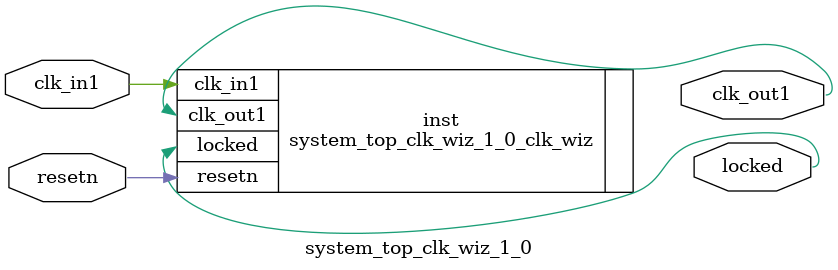
<source format=v>


`timescale 1ps/1ps

(* CORE_GENERATION_INFO = "system_top_clk_wiz_1_0,clk_wiz_v6_0_2_0_0,{component_name=system_top_clk_wiz_1_0,use_phase_alignment=true,use_min_o_jitter=false,use_max_i_jitter=false,use_dyn_phase_shift=false,use_inclk_switchover=false,use_dyn_reconfig=false,enable_axi=0,feedback_source=FDBK_AUTO,PRIMITIVE=MMCM,num_out_clk=1,clkin1_period=10.000,clkin2_period=10.000,use_power_down=false,use_reset=true,use_locked=true,use_inclk_stopped=false,feedback_type=SINGLE,CLOCK_MGR_TYPE=NA,manual_override=false}" *)

module system_top_clk_wiz_1_0 
 (
  // Clock out ports
  output        clk_out1,
  // Status and control signals
  input         resetn,
  output        locked,
 // Clock in ports
  input         clk_in1
 );

  system_top_clk_wiz_1_0_clk_wiz inst
  (
  // Clock out ports  
  .clk_out1(clk_out1),
  // Status and control signals               
  .resetn(resetn), 
  .locked(locked),
 // Clock in ports
  .clk_in1(clk_in1)
  );

endmodule

</source>
